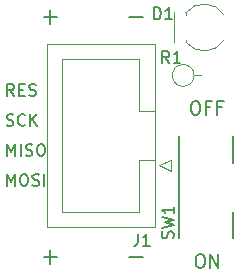
<source format=gbr>
%TF.GenerationSoftware,KiCad,Pcbnew,(5.1.8)-1*%
%TF.CreationDate,2021-11-16T13:30:18-08:00*%
%TF.ProjectId,ISPwPower,49535077-506f-4776-9572-2e6b69636164,rev?*%
%TF.SameCoordinates,Original*%
%TF.FileFunction,Legend,Top*%
%TF.FilePolarity,Positive*%
%FSLAX46Y46*%
G04 Gerber Fmt 4.6, Leading zero omitted, Abs format (unit mm)*
G04 Created by KiCad (PCBNEW (5.1.8)-1) date 2021-11-16 13:30:18*
%MOMM*%
%LPD*%
G01*
G04 APERTURE LIST*
%ADD10C,0.150000*%
%ADD11C,0.152400*%
%ADD12C,0.203200*%
%ADD13C,0.120000*%
G04 APERTURE END LIST*
D10*
X167313428Y-97418071D02*
X167531142Y-97418071D01*
X167640000Y-97472500D01*
X167748857Y-97581357D01*
X167803285Y-97799071D01*
X167803285Y-98180071D01*
X167748857Y-98397785D01*
X167640000Y-98506642D01*
X167531142Y-98561071D01*
X167313428Y-98561071D01*
X167204571Y-98506642D01*
X167095714Y-98397785D01*
X167041285Y-98180071D01*
X167041285Y-97799071D01*
X167095714Y-97581357D01*
X167204571Y-97472500D01*
X167313428Y-97418071D01*
X168674142Y-97962357D02*
X168293142Y-97962357D01*
X168293142Y-98561071D02*
X168293142Y-97418071D01*
X168837428Y-97418071D01*
X169653857Y-97962357D02*
X169272857Y-97962357D01*
X169272857Y-98561071D02*
X169272857Y-97418071D01*
X169817142Y-97418071D01*
D11*
X167694428Y-110372071D02*
X167912142Y-110372071D01*
X168021000Y-110426500D01*
X168129857Y-110535357D01*
X168184285Y-110753071D01*
X168184285Y-111134071D01*
X168129857Y-111351785D01*
X168021000Y-111460642D01*
X167912142Y-111515071D01*
X167694428Y-111515071D01*
X167585571Y-111460642D01*
X167476714Y-111351785D01*
X167422285Y-111134071D01*
X167422285Y-110753071D01*
X167476714Y-110535357D01*
X167585571Y-110426500D01*
X167694428Y-110372071D01*
X168674142Y-111515071D02*
X168674142Y-110372071D01*
X169327285Y-111515071D01*
X169327285Y-110372071D01*
D12*
X161784937Y-110598857D02*
X162946080Y-110598857D01*
X154553920Y-110598857D02*
X155715062Y-110598857D01*
X155134491Y-111179428D02*
X155134491Y-110018285D01*
X161784937Y-90278857D02*
X162946080Y-90278857D01*
X154553920Y-90278857D02*
X155715062Y-90278857D01*
X155134491Y-90859428D02*
X155134491Y-89698285D01*
D10*
X151465595Y-104592380D02*
X151465595Y-103592380D01*
X151798928Y-104306666D01*
X152132261Y-103592380D01*
X152132261Y-104592380D01*
X152798928Y-103592380D02*
X152989404Y-103592380D01*
X153084642Y-103640000D01*
X153179880Y-103735238D01*
X153227500Y-103925714D01*
X153227500Y-104259047D01*
X153179880Y-104449523D01*
X153084642Y-104544761D01*
X152989404Y-104592380D01*
X152798928Y-104592380D01*
X152703690Y-104544761D01*
X152608452Y-104449523D01*
X152560833Y-104259047D01*
X152560833Y-103925714D01*
X152608452Y-103735238D01*
X152703690Y-103640000D01*
X152798928Y-103592380D01*
X153608452Y-104544761D02*
X153751309Y-104592380D01*
X153989404Y-104592380D01*
X154084642Y-104544761D01*
X154132261Y-104497142D01*
X154179880Y-104401904D01*
X154179880Y-104306666D01*
X154132261Y-104211428D01*
X154084642Y-104163809D01*
X153989404Y-104116190D01*
X153798928Y-104068571D01*
X153703690Y-104020952D01*
X153656071Y-103973333D01*
X153608452Y-103878095D01*
X153608452Y-103782857D01*
X153656071Y-103687619D01*
X153703690Y-103640000D01*
X153798928Y-103592380D01*
X154037023Y-103592380D01*
X154179880Y-103640000D01*
X154608452Y-104592380D02*
X154608452Y-103592380D01*
X151465595Y-102052380D02*
X151465595Y-101052380D01*
X151798928Y-101766666D01*
X152132261Y-101052380D01*
X152132261Y-102052380D01*
X152608452Y-102052380D02*
X152608452Y-101052380D01*
X153037023Y-102004761D02*
X153179880Y-102052380D01*
X153417976Y-102052380D01*
X153513214Y-102004761D01*
X153560833Y-101957142D01*
X153608452Y-101861904D01*
X153608452Y-101766666D01*
X153560833Y-101671428D01*
X153513214Y-101623809D01*
X153417976Y-101576190D01*
X153227500Y-101528571D01*
X153132261Y-101480952D01*
X153084642Y-101433333D01*
X153037023Y-101338095D01*
X153037023Y-101242857D01*
X153084642Y-101147619D01*
X153132261Y-101100000D01*
X153227500Y-101052380D01*
X153465595Y-101052380D01*
X153608452Y-101100000D01*
X154227500Y-101052380D02*
X154417976Y-101052380D01*
X154513214Y-101100000D01*
X154608452Y-101195238D01*
X154656071Y-101385714D01*
X154656071Y-101719047D01*
X154608452Y-101909523D01*
X154513214Y-102004761D01*
X154417976Y-102052380D01*
X154227500Y-102052380D01*
X154132261Y-102004761D01*
X154037023Y-101909523D01*
X153989404Y-101719047D01*
X153989404Y-101385714D01*
X154037023Y-101195238D01*
X154132261Y-101100000D01*
X154227500Y-101052380D01*
X151417976Y-99464761D02*
X151560833Y-99512380D01*
X151798928Y-99512380D01*
X151894166Y-99464761D01*
X151941785Y-99417142D01*
X151989404Y-99321904D01*
X151989404Y-99226666D01*
X151941785Y-99131428D01*
X151894166Y-99083809D01*
X151798928Y-99036190D01*
X151608452Y-98988571D01*
X151513214Y-98940952D01*
X151465595Y-98893333D01*
X151417976Y-98798095D01*
X151417976Y-98702857D01*
X151465595Y-98607619D01*
X151513214Y-98560000D01*
X151608452Y-98512380D01*
X151846547Y-98512380D01*
X151989404Y-98560000D01*
X152989404Y-99417142D02*
X152941785Y-99464761D01*
X152798928Y-99512380D01*
X152703690Y-99512380D01*
X152560833Y-99464761D01*
X152465595Y-99369523D01*
X152417976Y-99274285D01*
X152370357Y-99083809D01*
X152370357Y-98940952D01*
X152417976Y-98750476D01*
X152465595Y-98655238D01*
X152560833Y-98560000D01*
X152703690Y-98512380D01*
X152798928Y-98512380D01*
X152941785Y-98560000D01*
X152989404Y-98607619D01*
X153417976Y-99512380D02*
X153417976Y-98512380D01*
X153989404Y-99512380D02*
X153560833Y-98940952D01*
X153989404Y-98512380D02*
X153417976Y-99083809D01*
X152037023Y-96972380D02*
X151703690Y-96496190D01*
X151465595Y-96972380D02*
X151465595Y-95972380D01*
X151846547Y-95972380D01*
X151941785Y-96020000D01*
X151989404Y-96067619D01*
X152037023Y-96162857D01*
X152037023Y-96305714D01*
X151989404Y-96400952D01*
X151941785Y-96448571D01*
X151846547Y-96496190D01*
X151465595Y-96496190D01*
X152465595Y-96448571D02*
X152798928Y-96448571D01*
X152941785Y-96972380D02*
X152465595Y-96972380D01*
X152465595Y-95972380D01*
X152941785Y-95972380D01*
X153322738Y-96924761D02*
X153465595Y-96972380D01*
X153703690Y-96972380D01*
X153798928Y-96924761D01*
X153846547Y-96877142D01*
X153894166Y-96781904D01*
X153894166Y-96686666D01*
X153846547Y-96591428D01*
X153798928Y-96543809D01*
X153703690Y-96496190D01*
X153513214Y-96448571D01*
X153417976Y-96400952D01*
X153370357Y-96353333D01*
X153322738Y-96258095D01*
X153322738Y-96162857D01*
X153370357Y-96067619D01*
X153417976Y-96020000D01*
X153513214Y-95972380D01*
X153751309Y-95972380D01*
X153894166Y-96020000D01*
D13*
%TO.C,R1*%
X167290000Y-95250000D02*
G75*
G03*
X167290000Y-95250000I-920000J0D01*
G01*
X167290000Y-95250000D02*
X167910000Y-95250000D01*
%TO.C,D1*%
X165608000Y-89916000D02*
X165608000Y-92456000D01*
X166588000Y-92266000D02*
X166588000Y-92422000D01*
X166588000Y-89950000D02*
X166588000Y-90106000D01*
X169820335Y-90107392D02*
G75*
G03*
X166588000Y-89950484I-1672335J-1078608D01*
G01*
X169820335Y-92264608D02*
G75*
G02*
X166588000Y-92421516I-1672335J1078608D01*
G01*
%TO.C,J1*%
X165335000Y-102370000D02*
X164335000Y-102870000D01*
X165335000Y-103370000D02*
X165335000Y-102370000D01*
X164335000Y-102870000D02*
X165335000Y-103370000D01*
X162635000Y-98280000D02*
X163945000Y-98280000D01*
X162635000Y-98280000D02*
X162635000Y-98280000D01*
X162635000Y-93880000D02*
X162635000Y-98280000D01*
X156135000Y-93880000D02*
X162635000Y-93880000D01*
X156135000Y-106780000D02*
X156135000Y-93880000D01*
X162635000Y-106780000D02*
X156135000Y-106780000D01*
X162635000Y-102380000D02*
X162635000Y-106780000D01*
X163945000Y-102380000D02*
X162635000Y-102380000D01*
X163945000Y-92580000D02*
X163945000Y-108080000D01*
X154825000Y-92580000D02*
X163945000Y-92580000D01*
X154825000Y-108080000D02*
X154825000Y-92580000D01*
X163945000Y-108080000D02*
X154825000Y-108080000D01*
D10*
%TO.C,SW1*%
X165975000Y-108980000D02*
X165975000Y-100380000D01*
X170575000Y-108980000D02*
X170575000Y-106780000D01*
X170575000Y-102680000D02*
X170575000Y-100380000D01*
%TO.C,R1*%
X165187333Y-94178380D02*
X164854000Y-93702190D01*
X164615904Y-94178380D02*
X164615904Y-93178380D01*
X164996857Y-93178380D01*
X165092095Y-93226000D01*
X165139714Y-93273619D01*
X165187333Y-93368857D01*
X165187333Y-93511714D01*
X165139714Y-93606952D01*
X165092095Y-93654571D01*
X164996857Y-93702190D01*
X164615904Y-93702190D01*
X166139714Y-94178380D02*
X165568285Y-94178380D01*
X165854000Y-94178380D02*
X165854000Y-93178380D01*
X165758761Y-93321238D01*
X165663523Y-93416476D01*
X165568285Y-93464095D01*
%TO.C,D1*%
X163911595Y-90495380D02*
X163911595Y-89495380D01*
X164149690Y-89495380D01*
X164292547Y-89543000D01*
X164387785Y-89638238D01*
X164435404Y-89733476D01*
X164483023Y-89923952D01*
X164483023Y-90066809D01*
X164435404Y-90257285D01*
X164387785Y-90352523D01*
X164292547Y-90447761D01*
X164149690Y-90495380D01*
X163911595Y-90495380D01*
X165435404Y-90495380D02*
X164863976Y-90495380D01*
X165149690Y-90495380D02*
X165149690Y-89495380D01*
X165054452Y-89638238D01*
X164959214Y-89733476D01*
X164863976Y-89781095D01*
%TO.C,J1*%
X162546309Y-108672380D02*
X162546309Y-109386666D01*
X162498690Y-109529523D01*
X162403452Y-109624761D01*
X162260595Y-109672380D01*
X162165357Y-109672380D01*
X163546309Y-109672380D02*
X162974880Y-109672380D01*
X163260595Y-109672380D02*
X163260595Y-108672380D01*
X163165357Y-108815238D01*
X163070119Y-108910476D01*
X162974880Y-108958095D01*
%TO.C,SW1*%
X165504761Y-109029333D02*
X165552380Y-108886476D01*
X165552380Y-108648380D01*
X165504761Y-108553142D01*
X165457142Y-108505523D01*
X165361904Y-108457904D01*
X165266666Y-108457904D01*
X165171428Y-108505523D01*
X165123809Y-108553142D01*
X165076190Y-108648380D01*
X165028571Y-108838857D01*
X164980952Y-108934095D01*
X164933333Y-108981714D01*
X164838095Y-109029333D01*
X164742857Y-109029333D01*
X164647619Y-108981714D01*
X164600000Y-108934095D01*
X164552380Y-108838857D01*
X164552380Y-108600761D01*
X164600000Y-108457904D01*
X164552380Y-108124571D02*
X165552380Y-107886476D01*
X164838095Y-107696000D01*
X165552380Y-107505523D01*
X164552380Y-107267428D01*
X165552380Y-106362666D02*
X165552380Y-106934095D01*
X165552380Y-106648380D02*
X164552380Y-106648380D01*
X164695238Y-106743619D01*
X164790476Y-106838857D01*
X164838095Y-106934095D01*
%TD*%
M02*

</source>
